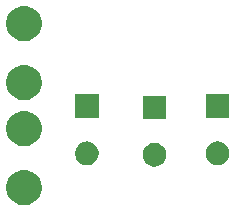
<source format=gbr>
G04 #@! TF.GenerationSoftware,KiCad,Pcbnew,(5.0.1)-3*
G04 #@! TF.CreationDate,2019-03-05T12:35:37-07:00*
G04 #@! TF.ProjectId,BatteryPowerLevel,42617474657279506F7765724C657665,rev?*
G04 #@! TF.SameCoordinates,Original*
G04 #@! TF.FileFunction,Soldermask,Bot*
G04 #@! TF.FilePolarity,Negative*
%FSLAX46Y46*%
G04 Gerber Fmt 4.6, Leading zero omitted, Abs format (unit mm)*
G04 Created by KiCad (PCBNEW (5.0.1)-3) date 2019-03-05 12:35:37 PM*
%MOMM*%
%LPD*%
G01*
G04 APERTURE LIST*
%ADD10C,0.100000*%
G04 APERTURE END LIST*
D10*
G36*
X134960935Y-101368429D02*
X135057534Y-101387644D01*
X135330517Y-101500717D01*
X135572920Y-101662687D01*
X135576197Y-101664876D01*
X135785124Y-101873803D01*
X135949284Y-102119485D01*
X136062356Y-102392467D01*
X136120000Y-102682261D01*
X136120000Y-102977739D01*
X136062356Y-103267533D01*
X135949284Y-103540515D01*
X135785124Y-103786197D01*
X135576197Y-103995124D01*
X135576194Y-103995126D01*
X135330517Y-104159283D01*
X135057534Y-104272356D01*
X134960935Y-104291571D01*
X134767739Y-104330000D01*
X134472261Y-104330000D01*
X134279065Y-104291571D01*
X134182466Y-104272356D01*
X133909483Y-104159283D01*
X133663806Y-103995126D01*
X133663803Y-103995124D01*
X133454876Y-103786197D01*
X133290716Y-103540515D01*
X133177644Y-103267533D01*
X133120000Y-102977739D01*
X133120000Y-102682261D01*
X133177644Y-102392467D01*
X133290716Y-102119485D01*
X133454876Y-101873803D01*
X133663803Y-101664876D01*
X133667080Y-101662687D01*
X133909483Y-101500717D01*
X134182466Y-101387644D01*
X134279065Y-101368429D01*
X134472261Y-101330000D01*
X134767739Y-101330000D01*
X134960935Y-101368429D01*
X134960935Y-101368429D01*
G37*
G36*
X145844770Y-99059372D02*
X145960689Y-99082429D01*
X146142678Y-99157811D01*
X146306463Y-99267249D01*
X146445751Y-99406537D01*
X146555189Y-99570322D01*
X146630571Y-99752311D01*
X146669000Y-99945509D01*
X146669000Y-100142491D01*
X146630571Y-100335689D01*
X146555189Y-100517678D01*
X146445751Y-100681463D01*
X146306463Y-100820751D01*
X146142678Y-100930189D01*
X145960689Y-101005571D01*
X145844770Y-101028628D01*
X145767493Y-101044000D01*
X145570507Y-101044000D01*
X145493230Y-101028628D01*
X145377311Y-101005571D01*
X145195322Y-100930189D01*
X145031537Y-100820751D01*
X144892249Y-100681463D01*
X144782811Y-100517678D01*
X144707429Y-100335689D01*
X144669000Y-100142491D01*
X144669000Y-99945509D01*
X144707429Y-99752311D01*
X144782811Y-99570322D01*
X144892249Y-99406537D01*
X145031537Y-99267249D01*
X145195322Y-99157811D01*
X145377311Y-99082429D01*
X145493230Y-99059372D01*
X145570507Y-99044000D01*
X145767493Y-99044000D01*
X145844770Y-99059372D01*
X145844770Y-99059372D01*
G37*
G36*
X140129770Y-98932372D02*
X140245689Y-98955429D01*
X140427678Y-99030811D01*
X140591463Y-99140249D01*
X140730751Y-99279537D01*
X140840189Y-99443322D01*
X140915571Y-99625311D01*
X140954000Y-99818509D01*
X140954000Y-100015491D01*
X140915571Y-100208689D01*
X140840189Y-100390678D01*
X140730751Y-100554463D01*
X140591463Y-100693751D01*
X140427678Y-100803189D01*
X140245689Y-100878571D01*
X140129770Y-100901628D01*
X140052493Y-100917000D01*
X139855507Y-100917000D01*
X139778230Y-100901628D01*
X139662311Y-100878571D01*
X139480322Y-100803189D01*
X139316537Y-100693751D01*
X139177249Y-100554463D01*
X139067811Y-100390678D01*
X138992429Y-100208689D01*
X138954000Y-100015491D01*
X138954000Y-99818509D01*
X138992429Y-99625311D01*
X139067811Y-99443322D01*
X139177249Y-99279537D01*
X139316537Y-99140249D01*
X139480322Y-99030811D01*
X139662311Y-98955429D01*
X139778230Y-98932372D01*
X139855507Y-98917000D01*
X140052493Y-98917000D01*
X140129770Y-98932372D01*
X140129770Y-98932372D01*
G37*
G36*
X151178770Y-98932372D02*
X151294689Y-98955429D01*
X151476678Y-99030811D01*
X151640463Y-99140249D01*
X151779751Y-99279537D01*
X151889189Y-99443322D01*
X151964571Y-99625311D01*
X152003000Y-99818509D01*
X152003000Y-100015491D01*
X151964571Y-100208689D01*
X151889189Y-100390678D01*
X151779751Y-100554463D01*
X151640463Y-100693751D01*
X151476678Y-100803189D01*
X151294689Y-100878571D01*
X151178770Y-100901628D01*
X151101493Y-100917000D01*
X150904507Y-100917000D01*
X150827230Y-100901628D01*
X150711311Y-100878571D01*
X150529322Y-100803189D01*
X150365537Y-100693751D01*
X150226249Y-100554463D01*
X150116811Y-100390678D01*
X150041429Y-100208689D01*
X150003000Y-100015491D01*
X150003000Y-99818509D01*
X150041429Y-99625311D01*
X150116811Y-99443322D01*
X150226249Y-99279537D01*
X150365537Y-99140249D01*
X150529322Y-99030811D01*
X150711311Y-98955429D01*
X150827230Y-98932372D01*
X150904507Y-98917000D01*
X151101493Y-98917000D01*
X151178770Y-98932372D01*
X151178770Y-98932372D01*
G37*
G36*
X134960935Y-96368429D02*
X135057534Y-96387644D01*
X135330517Y-96500717D01*
X135572920Y-96662687D01*
X135576197Y-96664876D01*
X135785124Y-96873803D01*
X135785126Y-96873806D01*
X135898847Y-97044000D01*
X135949284Y-97119485D01*
X136062356Y-97392467D01*
X136120000Y-97682261D01*
X136120000Y-97977739D01*
X136062356Y-98267533D01*
X135949284Y-98540515D01*
X135785124Y-98786197D01*
X135576197Y-98995124D01*
X135576194Y-98995126D01*
X135330517Y-99159283D01*
X135057534Y-99272356D01*
X134960935Y-99291571D01*
X134767739Y-99330000D01*
X134472261Y-99330000D01*
X134279065Y-99291571D01*
X134182466Y-99272356D01*
X133909483Y-99159283D01*
X133663806Y-98995126D01*
X133663803Y-98995124D01*
X133454876Y-98786197D01*
X133290716Y-98540515D01*
X133177644Y-98267533D01*
X133120000Y-97977739D01*
X133120000Y-97682261D01*
X133177644Y-97392467D01*
X133290716Y-97119485D01*
X133341154Y-97044000D01*
X133454874Y-96873806D01*
X133454876Y-96873803D01*
X133663803Y-96664876D01*
X133667080Y-96662687D01*
X133909483Y-96500717D01*
X134182466Y-96387644D01*
X134279065Y-96368429D01*
X134472261Y-96330000D01*
X134767739Y-96330000D01*
X134960935Y-96368429D01*
X134960935Y-96368429D01*
G37*
G36*
X146669000Y-97044000D02*
X144669000Y-97044000D01*
X144669000Y-95044000D01*
X146669000Y-95044000D01*
X146669000Y-97044000D01*
X146669000Y-97044000D01*
G37*
G36*
X152003000Y-96917000D02*
X150003000Y-96917000D01*
X150003000Y-94917000D01*
X152003000Y-94917000D01*
X152003000Y-96917000D01*
X152003000Y-96917000D01*
G37*
G36*
X140954000Y-96917000D02*
X138954000Y-96917000D01*
X138954000Y-94917000D01*
X140954000Y-94917000D01*
X140954000Y-96917000D01*
X140954000Y-96917000D01*
G37*
G36*
X134960935Y-92478429D02*
X135057534Y-92497644D01*
X135330517Y-92610717D01*
X135572920Y-92772687D01*
X135576197Y-92774876D01*
X135785124Y-92983803D01*
X135949284Y-93229485D01*
X136062356Y-93502467D01*
X136120000Y-93792261D01*
X136120000Y-94087739D01*
X136062356Y-94377533D01*
X135949284Y-94650515D01*
X135785124Y-94896197D01*
X135576197Y-95105124D01*
X135576194Y-95105126D01*
X135330517Y-95269283D01*
X135057534Y-95382356D01*
X134960935Y-95401571D01*
X134767739Y-95440000D01*
X134472261Y-95440000D01*
X134279065Y-95401571D01*
X134182466Y-95382356D01*
X133909483Y-95269283D01*
X133663806Y-95105126D01*
X133663803Y-95105124D01*
X133454876Y-94896197D01*
X133290716Y-94650515D01*
X133177644Y-94377533D01*
X133120000Y-94087739D01*
X133120000Y-93792261D01*
X133177644Y-93502467D01*
X133290716Y-93229485D01*
X133454876Y-92983803D01*
X133663803Y-92774876D01*
X133667080Y-92772687D01*
X133909483Y-92610717D01*
X134182466Y-92497644D01*
X134279065Y-92478429D01*
X134472261Y-92440000D01*
X134767739Y-92440000D01*
X134960935Y-92478429D01*
X134960935Y-92478429D01*
G37*
G36*
X134960935Y-87478429D02*
X135057534Y-87497644D01*
X135330517Y-87610717D01*
X135572920Y-87772687D01*
X135576197Y-87774876D01*
X135785124Y-87983803D01*
X135949284Y-88229485D01*
X136062356Y-88502467D01*
X136120000Y-88792261D01*
X136120000Y-89087739D01*
X136062356Y-89377533D01*
X135949284Y-89650515D01*
X135785124Y-89896197D01*
X135576197Y-90105124D01*
X135576194Y-90105126D01*
X135330517Y-90269283D01*
X135057534Y-90382356D01*
X134960935Y-90401571D01*
X134767739Y-90440000D01*
X134472261Y-90440000D01*
X134279065Y-90401571D01*
X134182466Y-90382356D01*
X133909483Y-90269283D01*
X133663806Y-90105126D01*
X133663803Y-90105124D01*
X133454876Y-89896197D01*
X133290716Y-89650515D01*
X133177644Y-89377533D01*
X133120000Y-89087739D01*
X133120000Y-88792261D01*
X133177644Y-88502467D01*
X133290716Y-88229485D01*
X133454876Y-87983803D01*
X133663803Y-87774876D01*
X133667080Y-87772687D01*
X133909483Y-87610717D01*
X134182466Y-87497644D01*
X134279065Y-87478429D01*
X134472261Y-87440000D01*
X134767739Y-87440000D01*
X134960935Y-87478429D01*
X134960935Y-87478429D01*
G37*
M02*

</source>
